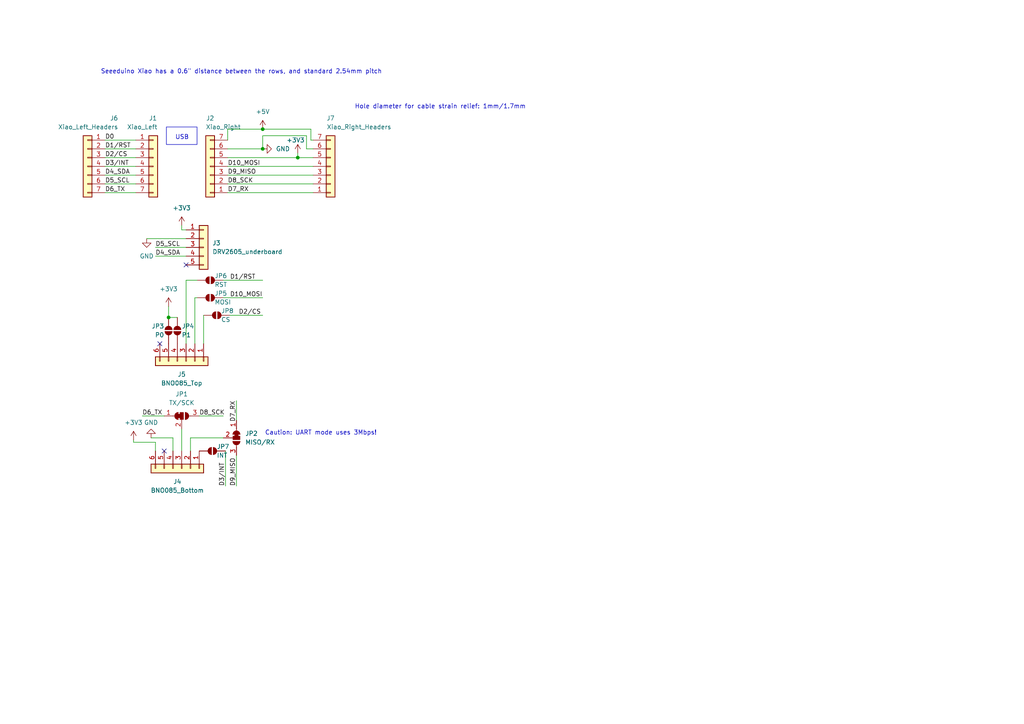
<source format=kicad_sch>
(kicad_sch (version 20231120) (generator "eeschema") (generator_version "8.0")
  (paper "A4")
  (lib_symbols
    (symbol "Connector_Generic:Conn_01x05" (pin_names (offset 1.016) hide)
      (property "Reference" "J" (at 0 7.62 0))
      (property "Value" "Conn_01x05" (at 0 -7.62 0))
      (symbol "Conn_01x05_1_1"
        (rectangle (start -1.27 -4.953) (end 0 -5.207) (stroke (width 0.1524)))
        (rectangle (start -1.27 -2.413) (end 0 -2.667) (stroke (width 0.1524)))
        (rectangle (start -1.27 0.127) (end 0 -0.127) (stroke (width 0.1524)))
        (rectangle (start -1.27 2.667) (end 0 2.413) (stroke (width 0.1524)))
        (rectangle (start -1.27 5.207) (end 0 4.953) (stroke (width 0.1524)))
        (rectangle (start -1.27 6.35) (end 1.27 -6.35) (stroke (width 0.254)) (fill (type background)))
        (pin passive line (at -5.08 5.08 0) (length 3.81) (name "Pin_1") (number "1"))
        (pin passive line (at -5.08 2.54 0) (length 3.81) (name "Pin_2") (number "2"))
        (pin passive line (at -5.08 0 0) (length 3.81) (name "Pin_3") (number "3"))
        (pin passive line (at -5.08 -2.54 0) (length 3.81) (name "Pin_4") (number "4"))
        (pin passive line (at -5.08 -5.08 0) (length 3.81) (name "Pin_5") (number "5"))
      )
    )
    (symbol "Connector_Generic:Conn_01x06" (pin_names (offset 1.016) hide)
      (property "Reference" "J" (at 0 7.62 0))
      (property "Value" "Conn_01x06" (at 0 -10.16 0))
      (symbol "Conn_01x06_1_1"
        (rectangle (start -1.27 -7.493) (end 0 -7.747) (stroke (width 0.1524)))
        (rectangle (start -1.27 -4.953) (end 0 -5.207) (stroke (width 0.1524)))
        (rectangle (start -1.27 -2.413) (end 0 -2.667) (stroke (width 0.1524)))
        (rectangle (start -1.27 0.127) (end 0 -0.127) (stroke (width 0.1524)))
        (rectangle (start -1.27 2.667) (end 0 2.413) (stroke (width 0.1524)))
        (rectangle (start -1.27 5.207) (end 0 4.953) (stroke (width 0.1524)))
        (rectangle (start -1.27 6.35) (end 1.27 -8.89) (stroke (width 0.254)) (fill (type background)))
        (pin passive line (at -5.08 5.08 0) (length 3.81) (name "Pin_1") (number "1"))
        (pin passive line (at -5.08 2.54 0) (length 3.81) (name "Pin_2") (number "2"))
        (pin passive line (at -5.08 0 0) (length 3.81) (name "Pin_3") (number "3"))
        (pin passive line (at -5.08 -2.54 0) (length 3.81) (name "Pin_4") (number "4"))
        (pin passive line (at -5.08 -5.08 0) (length 3.81) (name "Pin_5") (number "5"))
        (pin passive line (at -5.08 -7.62 0) (length 3.81) (name "Pin_6") (number "6"))
      )
    )
    (symbol "Connector_Generic:Conn_01x07" (pin_names (offset 1.016) hide)
      (property "Reference" "J" (at 0 10.16 0))
      (property "Value" "Conn_01x07" (at 0 -10.16 0))
      (symbol "Conn_01x07_1_1"
        (rectangle (start -1.27 -7.493) (end 0 -7.747) (stroke (width 0.1524)))
        (rectangle (start -1.27 -4.953) (end 0 -5.207) (stroke (width 0.1524)))
        (rectangle (start -1.27 -2.413) (end 0 -2.667) (stroke (width 0.1524)))
        (rectangle (start -1.27 0.127) (end 0 -0.127) (stroke (width 0.1524)))
        (rectangle (start -1.27 2.667) (end 0 2.413) (stroke (width 0.1524)))
        (rectangle (start -1.27 5.207) (end 0 4.953) (stroke (width 0.1524)))
        (rectangle (start -1.27 7.747) (end 0 7.493) (stroke (width 0.1524)))
        (rectangle (start -1.27 8.89) (end 1.27 -8.89) (stroke (width 0.254)) (fill (type background)))
        (pin passive line (at -5.08 7.62 0) (length 3.81) (name "Pin_1") (number "1"))
        (pin passive line (at -5.08 5.08 0) (length 3.81) (name "Pin_2") (number "2"))
        (pin passive line (at -5.08 2.54 0) (length 3.81) (name "Pin_3") (number "3"))
        (pin passive line (at -5.08 0 0) (length 3.81) (name "Pin_4") (number "4"))
        (pin passive line (at -5.08 -2.54 0) (length 3.81) (name "Pin_5") (number "5"))
        (pin passive line (at -5.08 -5.08 0) (length 3.81) (name "Pin_6") (number "6"))
        (pin passive line (at -5.08 -7.62 0) (length 3.81) (name "Pin_7") (number "7"))
      )
    )
    (symbol "Jumper:SolderJumper_2_Open" (pin_numbers hide) (pin_names (offset 0) hide) (exclude_from_sim yes) (in_bom no)
      (property "Reference" "JP" (at 0 2.032 0))
      (property "Value" "SolderJumper_2_Open" (at 0 -2.54 0))
      (symbol "SolderJumper_2_Open_0_1"
        (arc (start -0.254 1.016) (mid -1.2656 0) (end -0.254 -1.016))
        (arc (start -0.254 1.016) (mid -1.2656 0) (end -0.254 -1.016) (fill (type outline)))
        (polyline (pts (xy -0.254 1.016) (xy -0.254 -1.016)))
        (polyline (pts (xy 0.254 1.016) (xy 0.254 -1.016)))
        (arc (start 0.254 -1.016) (mid 1.2656 0) (end 0.254 1.016))
        (arc (start 0.254 -1.016) (mid 1.2656 0) (end 0.254 1.016) (fill (type outline)))
      )
      (symbol "SolderJumper_2_Open_1_1"
        (pin passive line (at -3.81 0 0) (length 2.54) (name "A") (number "1"))
        (pin passive line (at 3.81 0 180) (length 2.54) (name "B") (number "2"))
      )
    )
    (symbol "Jumper:SolderJumper_3_Bridged12" (pin_names (offset 0) hide) (exclude_from_sim yes) (in_bom no)
      (property "Reference" "JP" (at -2.54 -2.54 0))
      (property "Value" "SolderJumper_3_Bridged12" (at 0 2.794 0))
      (symbol "SolderJumper_3_Bridged12_0_1"
        (rectangle (start -1.016 0.508) (end -0.508 -0.508) (fill (type outline)))
        (arc (start -1.016 1.016) (mid -2.0276 0) (end -1.016 -1.016))
        (arc (start -1.016 1.016) (mid -2.0276 0) (end -1.016 -1.016) (fill (type outline)))
        (rectangle (start -0.508 1.016) (end 0.508 -1.016) (fill (type outline)))
        (polyline (pts (xy -2.54 0) (xy -2.032 0)))
        (polyline (pts (xy -1.016 1.016) (xy -1.016 -1.016)))
        (polyline (pts (xy 0 -1.27) (xy 0 -1.016)))
        (polyline (pts (xy 1.016 1.016) (xy 1.016 -1.016)))
        (polyline (pts (xy 2.54 0) (xy 2.032 0)))
        (arc (start 1.016 -1.016) (mid 2.0276 0) (end 1.016 1.016))
        (arc (start 1.016 -1.016) (mid 2.0276 0) (end 1.016 1.016) (fill (type outline)))
      )
      (symbol "SolderJumper_3_Bridged12_1_1"
        (pin passive line (at -5.08 0 0) (length 2.54) (name "A") (number "1"))
        (pin passive line (at 0 -3.81 90) (length 2.54) (name "C") (number "2"))
        (pin passive line (at 5.08 0 180) (length 2.54) (name "B") (number "3"))
      )
    )
    (symbol "power:+3V3" (power) (pin_names (offset 0))
      (property "Value" "+3V3" (at 0 3.556 0))
      (symbol "+3V3_0_1"
        (polyline (pts (xy -0.762 1.27) (xy 0 2.54)))
        (polyline (pts (xy 0 0) (xy 0 2.54)))
        (polyline (pts (xy 0 2.54) (xy 0.762 1.27)))
      )
      (symbol "+3V3_1_1"
        (pin power_in line (at 0 0 90) (length 0) hide (name "+3V3") (number "1"))
      )
    )
    (symbol "power:+5V" (power) (pin_names (offset 0))
      (property "Value" "+5V" (at 0 3.556 0))
      (symbol "+5V_0_1"
        (polyline (pts (xy -0.762 1.27) (xy 0 2.54)))
        (polyline (pts (xy 0 0) (xy 0 2.54)))
        (polyline (pts (xy 0 2.54) (xy 0.762 1.27)))
      )
      (symbol "+5V_1_1"
        (pin power_in line (at 0 0 90) (length 0) hide (name "+5V") (number "1"))
      )
    )
    (symbol "power:GND" (power) (pin_names (offset 0))
      (property "Value" "GND" (at 0 -3.81 0))
      (symbol "GND_0_1"
        (polyline (pts (xy 0 0) (xy 0 -1.27) (xy 1.27 -1.27) (xy 0 -2.54) (xy -1.27 -1.27) (xy 0 -1.27)))
      )
      (symbol "GND_1_1"
        (pin power_in line (at 0 0 270) (length 0) hide (name "GND") (number "1"))
      )
    )
  )
  (junction (at 76.2 37.465))
  (junction (at 48.895 92.075))
  (junction (at 76.2 43.18))
  (junction (at 86.36 45.72))
  (no_connect (at 46.355 99.695))
  (no_connect (at 47.625 130.81))
  (no_connect (at 53.975 76.835))
  (wire (pts (xy 57.785 120.65) (xy 64.77 120.65)))
  (wire (pts (xy 90.17 37.465) (xy 76.2 37.465)))
  (wire (pts (xy 88.9 39.37) (xy 76.2 39.37)))
  (wire (pts (xy 66.04 43.18) (xy 76.2 43.18)))
  (wire (pts (xy 30.48 55.88) (xy 39.37 55.88)))
  (wire (pts (xy 30.48 53.34) (xy 39.37 53.34)))
  (wire (pts (xy 53.975 99.695) (xy 53.975 81.28)))
  (wire (pts (xy 43.815 127) (xy 50.165 127)))
  (wire (pts (xy 90.805 43.18) (xy 88.9 43.18)))
  (wire (pts (xy 66.04 53.34) (xy 90.805 53.34)))
  (wire (pts (xy 64.77 86.36) (xy 76.2 86.36)))
  (wire (pts (xy 68.58 116.205) (xy 68.58 121.92)))
  (wire (pts (xy 66.675 91.44) (xy 76.2 91.44)))
  (wire (pts (xy 66.04 37.465) (xy 76.2 37.465)))
  (wire (pts (xy 52.705 66.675) (xy 52.705 65.405)))
  (wire (pts (xy 66.04 50.8) (xy 90.805 50.8)))
  (wire (pts (xy 90.805 40.64) (xy 90.17 40.64)))
  (wire (pts (xy 65.405 130.81) (xy 65.405 140.97)))
  (wire (pts (xy 52.705 124.46) (xy 52.705 130.81)))
  (wire (pts (xy 45.085 71.755) (xy 53.975 71.755)))
  (wire (pts (xy 30.48 45.72) (xy 39.37 45.72)))
  (wire (pts (xy 86.36 45.72) (xy 90.805 45.72)))
  (wire (pts (xy 53.975 66.675) (xy 52.705 66.675)))
  (wire (pts (xy 66.04 45.72) (xy 86.36 45.72)))
  (wire (pts (xy 68.58 132.08) (xy 68.58 140.97)))
  (wire (pts (xy 38.735 127.635) (xy 38.735 128.27)))
  (wire (pts (xy 48.895 88.9) (xy 48.895 92.075)))
  (wire (pts (xy 88.9 43.18) (xy 88.9 39.37)))
  (wire (pts (xy 30.48 48.26) (xy 39.37 48.26)))
  (wire (pts (xy 56.515 86.36) (xy 57.15 86.36)))
  (wire (pts (xy 53.975 81.28) (xy 57.15 81.28)))
  (wire (pts (xy 86.36 45.72) (xy 86.36 44.45)))
  (wire (pts (xy 45.085 74.295) (xy 53.975 74.295)))
  (wire (pts (xy 66.04 40.64) (xy 66.04 37.465)))
  (wire (pts (xy 55.245 127) (xy 64.77 127)))
  (wire (pts (xy 50.165 127) (xy 50.165 130.81)))
  (wire (pts (xy 42.545 69.215) (xy 53.975 69.215)))
  (wire (pts (xy 38.735 128.27) (xy 45.085 128.27)))
  (wire (pts (xy 30.48 40.64) (xy 39.37 40.64)))
  (wire (pts (xy 55.245 127) (xy 55.245 130.81)))
  (wire (pts (xy 56.515 86.36) (xy 56.515 99.695)))
  (wire (pts (xy 66.04 48.26) (xy 90.805 48.26)))
  (wire (pts (xy 76.2 39.37) (xy 76.2 43.18)))
  (wire (pts (xy 66.04 55.88) (xy 90.805 55.88)))
  (wire (pts (xy 45.085 128.27) (xy 45.085 130.81)))
  (wire (pts (xy 41.275 120.65) (xy 47.625 120.65)))
  (wire (pts (xy 30.48 43.18) (xy 39.37 43.18)))
  (wire (pts (xy 64.77 81.28) (xy 76.2 81.28)))
  (wire (pts (xy 59.055 91.44) (xy 59.055 99.695)))
  (wire (pts (xy 90.17 40.64) (xy 90.17 37.465)))
  (wire (pts (xy 48.895 92.075) (xy 51.435 92.075)))
  (wire (pts (xy 30.48 50.8) (xy 39.37 50.8)))
  (rectangle (start 48.26 36.83) (end 57.15 41.91))
  (text "USB" (at 50.8 40.64 0) (effects (font (size 1.27 1.27)) (justify left bottom)))
  (text "Seeeduino Xiao has a 0.6\" distance between the rows, and standard 2.54mm pitch" (at 29.21 21.59 0) (effects (font (size 1.27 1.27)) (justify left bottom)))
  (text "Hole diameter for cable strain relief: 1mm/1.7mm" (at 102.87 31.75 0) (effects (font (size 1.27 1.27)) (justify left bottom)))
  (text "Caution: UART mode uses 3Mbps!" (at 76.835 126.365 0) (effects (font (size 1.27 1.27)) (justify left bottom)))
  (label "D6_TX" (at 30.48 55.88 0))
  (label "D8_SCK" (at 66.04 53.34 0))
  (label "D9_MISO" (at 68.58 140.97 90))
  (label "D3{slash}INT" (at 30.48 48.26 0))
  (label "D6_TX" (at 41.275 120.65 0))
  (label "D8_SCK" (at 57.785 120.65 0))
  (label "D9_MISO" (at 66.04 50.8 0))
  (label "D4_SDA" (at 30.48 50.8 0))
  (label "D1{slash}RST" (at 66.675 81.28 0))
  (label "D3{slash}INT" (at 65.405 140.97 90))
  (label "D5_SCL" (at 45.085 71.755 0))
  (label "D1{slash}RST" (at 30.48 43.18 0))
  (label "D5_SCL" (at 30.48 53.34 0))
  (label "D4_SDA" (at 45.085 74.295 0))
  (label "D10_MOSI" (at 66.04 48.26 0))
  (label "D7_RX" (at 68.58 116.205 270))
  (label "D2{slash}CS" (at 69.215 91.44 0))
  (label "D0" (at 30.48 40.64 0))
  (label "D7_RX" (at 66.04 55.88 0))
  (label "D2{slash}CS" (at 30.48 45.72 0))
  (label "D10_MOSI" (at 66.675 86.36 0))
  (symbol (lib_id "power:GND") (at 76.2 43.18 90) (unit 1)
    (property "Reference" "#PWR02" (effects (hide yes)))
    (property "Value" "GND" (at 80.01 43.18 90) (effects (justify right)))
  )
  (symbol (lib_id "Jumper:SolderJumper_2_Open") (at 60.96 86.36 0) (unit 1) (exclude_from_sim yes) (in_bom no)
    (property "Reference" "JP5" (at 62.23 85.09 0) (effects (justify left)))
    (property "Value" "MOSI" (at 62.23 87.63 0) (effects (justify left)))
    (property "Footprint" "Jumper:SolderJumper-2_P1.3mm_Open_Pad1.0x1.5mm" (effects (hide yes)))
    (property "Description" "Solder Jumper, 2-pole, open" (effects (hide yes)))
  )
  (symbol (lib_id "power:+3V3") (at 38.735 127.635 0) (unit 1)
    (property "Reference" "#PWR06" (effects (hide yes)))
    (property "Value" "+3V3" (at 38.735 122.555 0))
  )
  (symbol (lib_id "power:GND") (at 42.545 69.215 0) (unit 1)
    (property "Reference" "#PWR05" (effects (hide yes)))
    (property "Value" "GND" (at 42.545 74.295 0))
  )
  (symbol (lib_id "power:+3V3") (at 86.36 44.45 0) (unit 1)
    (property "Reference" "#PWR03" (effects (hide yes)))
    (property "Value" "+3V3" (at 85.725 40.64 0))
  )
  (symbol (lib_id "power:+3V3") (at 48.895 88.9 0) (unit 1)
    (property "Reference" "#PWR08" (effects (hide yes)))
    (property "Value" "+3V3" (at 48.895 83.82 0))
  )
  (symbol (lib_id "Jumper:SolderJumper_2_Open") (at 62.865 91.44 0) (unit 1) (exclude_from_sim yes) (in_bom no)
    (property "Reference" "JP8" (at 64.135 90.17 0) (effects (justify left)))
    (property "Value" "CS" (at 64.135 92.71 0) (effects (justify left)))
    (property "Footprint" "Jumper:SolderJumper-2_P1.3mm_Open_Pad1.0x1.5mm" (effects (hide yes)))
    (property "Description" "Solder Jumper, 2-pole, open" (effects (hide yes)))
  )
  (symbol (lib_id "Connector_Generic:Conn_01x07") (at 95.885 48.26 0) (mirror x) (unit 1)
    (property "Reference" "J7" (at 95.885 34.29 0))
    (property "Value" "Xiao_Right_Headers" (at 104.14 36.83 0))
    (property "Footprint" "Connector_PinSocket_2.54mm:PinSocket_1x07_P2.54mm_Vertical" (effects (hide yes)))
  )
  (symbol (lib_id "Connector_Generic:Conn_01x07") (at 25.4 48.26 0) (mirror y) (unit 1)
    (property "Reference" "J6" (at 34.29 34.29 0) (effects (justify left)))
    (property "Value" "Xiao_Left_Headers" (at 34.29 36.83 0) (effects (justify left)))
    (property "Footprint" "Connector_PinSocket_2.54mm:PinSocket_1x07_P2.54mm_Vertical" (effects (hide yes)))
  )
  (symbol (lib_id "Jumper:SolderJumper_3_Bridged12") (at 68.58 127 270) (unit 1) (exclude_from_sim yes) (in_bom no)
    (property "Reference" "JP2" (at 71.12 125.7299 90) (effects (justify left)))
    (property "Value" "MISO/RX" (at 71.12 128.2699 90) (effects (justify left)))
    (property "Footprint" "Jumper:SolderJumper-3_P1.3mm_Bridged12_Pad1.0x1.5mm" (effects (hide yes)))
    (property "Description" "3-pole Solder Jumper, pins 1+2 closed/bridged" (effects (hide yes)))
  )
  (symbol (lib_id "Connector_Generic:Conn_01x06") (at 53.975 104.775 270) (unit 1)
    (property "Reference" "J5" (at 52.705 108.585 90))
    (property "Value" "BNO085_Top" (at 52.705 111.125 90))
    (property "Footprint" "Connector_PinHeader_2.54mm:PinHeader_1x06_P2.54mm_Vertical" (effects (hide yes)))
  )
  (symbol (lib_id "Jumper:SolderJumper_3_Bridged12") (at 52.705 120.65 0) (unit 1) (exclude_from_sim yes) (in_bom no)
    (property "Reference" "JP1" (at 52.705 114.3 0))
    (property "Value" "TX/SCK" (at 52.705 116.84 0))
    (property "Footprint" "Jumper:SolderJumper-3_P1.3mm_Bridged12_Pad1.0x1.5mm" (effects (hide yes)))
    (property "Description" "3-pole Solder Jumper, pins 1+2 closed/bridged" (effects (hide yes)))
  )
  (symbol (lib_id "power:+3V3") (at 52.705 65.405 0) (unit 1)
    (property "Reference" "#PWR04" (effects (hide yes)))
    (property "Value" "+3V3" (at 52.705 60.325 0))
  )
  (symbol (lib_id "power:+5V") (at 76.2 37.465 0) (unit 1)
    (property "Reference" "#PWR01" (effects (hide yes)))
    (property "Value" "+5V" (at 76.2 32.385 0))
  )
  (symbol (lib_id "Jumper:SolderJumper_2_Open") (at 61.595 130.81 0) (unit 1) (exclude_from_sim yes) (in_bom no)
    (property "Reference" "JP7" (at 62.865 129.54 0) (effects (justify left)))
    (property "Value" "INT" (at 62.865 132.08 0) (effects (justify left)))
    (property "Footprint" "Jumper:SolderJumper-2_P1.3mm_Open_Pad1.0x1.5mm" (effects (hide yes)))
    (property "Description" "Solder Jumper, 2-pole, open" (effects (hide yes)))
  )
  (symbol (lib_id "Jumper:SolderJumper_2_Open") (at 48.895 95.885 90) (mirror x) (unit 1) (exclude_from_sim yes) (in_bom no)
    (property "Reference" "JP3" (at 47.625 94.615 90) (effects (justify left)))
    (property "Value" "P0" (at 47.625 97.155 90) (effects (justify left)))
    (property "Footprint" "Jumper:SolderJumper-2_P1.3mm_Open_Pad1.0x1.5mm" (effects (hide yes)))
    (property "Description" "Solder Jumper, 2-pole, open" (effects (hide yes)))
  )
  (symbol (lib_id "Connector_Generic:Conn_01x07") (at 60.96 48.26 180) (unit 1)
    (property "Reference" "J2" (at 60.96 34.29 0))
    (property "Value" "Xiao_Right" (at 64.77 36.83 0))
    (property "Footprint" "Connector_PinSocket_2.54mm:PinSocket_1x07_P2.54mm_Vertical" (effects (hide yes)))
  )
  (symbol (lib_id "Connector_Generic:Conn_01x07") (at 44.45 48.26 0) (unit 1)
    (property "Reference" "J1" (at 43.18 34.29 0) (effects (justify left)))
    (property "Value" "Xiao_Left" (at 36.83 36.83 0) (effects (justify left)))
    (property "Footprint" "Connector_PinSocket_2.54mm:PinSocket_1x07_P2.54mm_Vertical" (effects (hide yes)))
  )
  (symbol (lib_id "Jumper:SolderJumper_2_Open") (at 51.435 95.885 270) (unit 1) (exclude_from_sim yes) (in_bom no)
    (property "Reference" "JP4" (at 52.705 94.615 90) (effects (justify left)))
    (property "Value" "P1" (at 52.705 97.155 90) (effects (justify left)))
    (property "Footprint" "Jumper:SolderJumper-2_P1.3mm_Open_Pad1.0x1.5mm" (effects (hide yes)))
    (property "Description" "Solder Jumper, 2-pole, open" (effects (hide yes)))
  )
  (symbol (lib_id "Jumper:SolderJumper_2_Open") (at 60.96 81.28 0) (unit 1) (exclude_from_sim yes) (in_bom no)
    (property "Reference" "JP6" (at 62.23 80.01 0) (effects (justify left)))
    (property "Value" "RST" (at 62.23 82.55 0) (effects (justify left)))
    (property "Footprint" "Jumper:SolderJumper-2_P1.3mm_Open_Pad1.0x1.5mm" (effects (hide yes)))
    (property "Description" "Solder Jumper, 2-pole, open" (effects (hide yes)))
  )
  (symbol (lib_id "power:GND") (at 43.815 127 180) (unit 1)
    (property "Reference" "#PWR07" (effects (hide yes)))
    (property "Value" "GND" (at 43.815 122.555 0))
  )
  (symbol (lib_id "Connector_Generic:Conn_01x05") (at 59.055 71.755 0) (unit 1)
    (property "Reference" "J3" (at 61.595 70.485 0) (effects (justify left)))
    (property "Value" "DRV2605_underboard" (at 61.595 73.025 0) (effects (justify left)))
    (property "Footprint" "Connector_PinHeader_2.54mm:PinHeader_1x05_P2.54mm_Vertical" (effects (hide yes)))
  )
  (symbol (lib_id "Connector_Generic:Conn_01x06") (at 52.705 135.89 270) (unit 1)
    (property "Reference" "J4" (at 51.435 139.7 90))
    (property "Value" "BNO085_Bottom" (at 51.435 142.24 90))
    (property "Footprint" "Connector_PinHeader_2.54mm:PinHeader_1x06_P2.54mm_Vertical" (effects (hide yes)))
  )
)
</source>
